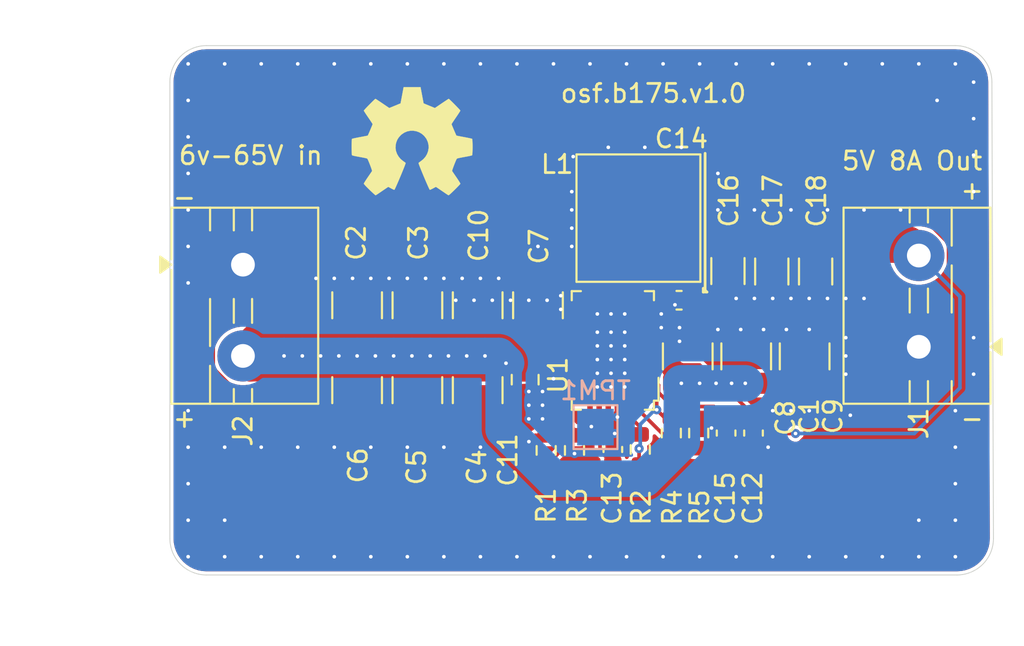
<source format=kicad_pcb>
(kicad_pcb (version 20241229) (generator "pcbnew") (generator_version "9.0")
  (layers (0 "F.Cu" signal) (2 "B.Cu" signal) (13 "F.Paste" user) (15 "B.Paste" user) (5 "F.SilkS" user "F.Silkscreen") (7 "B.SilkS" user "B.Silkscreen") (1 "F.Mask" user) (3 "B.Mask" user) (25 "Edge.Cuts" user))
  (net 0 "")
  (net 3 "/8A_DCDC/En")
  (net 7 "/8A_DCDC/In")
  (net 8 "GND")
  (net 9 "Net-(U1-INTVCC)")
  (net 10 "Net-(U1-TR{slash}SS)")
  (net 11 "Net-(U1-BST)")
  (net 12 "/8A_DCDC/5V")
  (net 13 "/8A_DCDC/Mode")
  (net 14 "Net-(U1-PG)")
  (net 15 "Net-(U1-RT)")
  (net 16 "/8A_DCDC/FB")
  (net 17 "/8A_DCDC/SW")
  (footprint "Resistor_SMD:R_0603_1608Metric" (layer "F.Cu") (at 160.6 112.175 -90)
    (property "Reference" "R1")
    (property "Value" "100k")
  )
  (footprint "Capacitor_SMD:C_1210_3225Metric" (layer "F.Cu") (at 168.35 107.025 90)
    (property "Reference" "C8")
    (property "Value" "4.7uF")
  )
  (footprint "Capacitor_SMD:C_1206_3216Metric" (layer "F.Cu") (at 170.55 102.35 -90)
    (property "Reference" "C16")
    (property "Value" "100uF")
  )
  (footprint "Inductor_SMD:L_Coilcraft_XAL6030-XXX" (layer "F.Cu") (at 165.65 99.45)
    (property "Reference" "L1")
    (property "Value" "1uH")
  )
  (footprint "Resistor_SMD:R_0603_1608Metric" (layer "F.Cu") (at 168.95 111.225 90)
    (property "Reference" "R5")
    (property "Value" "243k")
  )
  (footprint "Capacitor_SMD:C_1210_3225Metric" (layer "F.Cu") (at 153.55 104.225 90)
    (property "Reference" "C3")
    (property "Value" "4.7uF")
  )
  (footprint "Symbol:OSHW-Symbol_6.7x6mm_SilkScreen" (layer "F.Cu") (at 153.25 95.25)
    (property "Reference" "LOGO1" (hide yes))
    (property "Value" "Logo_Open_Hardware_Small" (hide yes))
  )
  (footprint "Capacitor_SMD:C_1210_3225Metric" (layer "F.Cu") (at 150.25 108.875 -90)
    (property "Reference" "C6")
    (property "Value" "4.7uF")
  )
  (footprint "Resistor_SMD:R_0603_1608Metric" (layer "F.Cu") (at 165.75 112.125 90)
    (property "Reference" "R2")
    (property "Value" "100k")
  )
  (footprint "Capacitor_SMD:C_1206_3216Metric" (layer "F.Cu") (at 175.35 102.375 -90)
    (property "Reference" "C18")
    (property "Value" "1uF")
  )
  (footprint "Capacitor_SMD:C_1210_3225Metric" (layer "F.Cu") (at 174.75 107.025 90)
    (property "Reference" "C9")
    (property "Value" "4.7uF")
  )
  (footprint "TerminalBlock:TerminalBlock_MaiXu_MX126-5.0-02P_1x02_P5.00mm" (layer "F.Cu") (at 181 106.5 90)
    (property "Reference" "J1")
    (property "Value" "Conn_01x02_Socket")
  )
  (footprint "Capacitor_SMD:C_0805_2012Metric" (layer "F.Cu") (at 159.45 108.3 -90)
    (property "Reference" "C11")
    (property "Value" "100nF")
  )
  (footprint "Resistor_SMD:R_0603_1608Metric" (layer "F.Cu") (at 167.45 111.225 -90)
    (property "Reference" "R4")
    (property "Value" "1M")
  )
  (footprint "Capacitor_SMD:C_1210_3225Metric" (layer "F.Cu") (at 150.25 104.225 90)
    (property "Reference" "C2")
    (property "Value" "4.7uF")
  )
  (footprint "Capacitor_SMD:C_1210_3225Metric" (layer "F.Cu") (at 153.55 108.875 -90)
    (property "Reference" "C5")
    (property "Value" "4.7uF")
  )
  (footprint "Capacitor_SMD:C_1210_3225Metric" (layer "F.Cu") (at 156.85 108.875 -90)
    (property "Reference" "C4")
    (property "Value" "4.7uF")
  )
  (footprint "Resistor_SMD:R_0603_1608Metric" (layer "F.Cu") (at 162.15 112.175 -90)
    (property "Reference" "R3")
    (property "Value" "18k")
  )
  (footprint "b175:LQFN-32-6EP_4x6mm_P0.5mm" (layer "F.Cu") (at 164.25 106.7 180)
    (property "Reference" "U1")
    (property "Value" "LT8645S")
  )
  (footprint "Capacitor_SMD:C_0603_1608Metric" (layer "F.Cu") (at 171.95 111.225 -90)
    (property "Reference" "C12")
    (property "Value" "1uF")
  )
  (footprint "Capacitor_SMD:C_1210_3225Metric" (layer "F.Cu") (at 156.85 104.225 90)
    (property "Reference" "C10")
    (property "Value" "4.7uF")
  )
  (footprint "Capacitor_SMD:C_0603_1608Metric" (layer "F.Cu") (at 170.45 111.225 -90)
    (property "Reference" "C15")
    (property "Value" "2.2pF")
  )
  (footprint "TerminalBlock:TerminalBlock_MaiXu_MX126-5.0-02P_1x02_P5.00mm" (layer "F.Cu") (at 144 102 -90)
    (property "Reference" "J2")
    (property "Value" "Conn_01x02_Socket")
  )
  (footprint "Capacitor_SMD:C_0603_1608Metric" (layer "F.Cu") (at 164.25 112.125 90)
    (property "Reference" "C13")
    (property "Value" "100nF")
  )
  (footprint "Capacitor_SMD:C_1210_3225Metric" (layer "F.Cu") (at 171.55 107.025 90)
    (property "Reference" "C1")
    (property "Value" "4.7uF")
  )
  (footprint "Capacitor_SMD:C_1206_3216Metric" (layer "F.Cu") (at 172.95 102.375 -90)
    (property "Reference" "C17")
    (property "Value" "10uF")
  )
  (footprint "Capacitor_SMD:C_1210_3225Metric" (layer "F.Cu") (at 160.15 104.225 90)
    (property "Reference" "C7")
    (property "Value" "4.7uF")
  )
  (footprint "Capacitor_SMD:C_0603_1608Metric" (layer "F.Cu") (at 167.875 103.95 180)
    (property "Reference" "C14")
    (property "Value" "100nF")
  )
  (footprint "TestPoint:TestPoint_Pad_2.0x2.0mm" (layer "B.Cu") (at 163.3 110.9 180)
    (property "Reference" "TPM1")
    (property "Value" "Mode")
  )
  (gr_line (start 169.4 103.5) (end 169.2 103.5) (stroke (width 0.15)) (layer "F.SilkS"))
  (gr_line (start 169.3 95.9) (end 169.3 103.4) (stroke (width 0.15)) (layer "F.SilkS"))
  (gr_line (start 169.2 103.3) (end 169.4 103.5) (stroke (width 0.15)) (layer "F.SilkS"))
  (gr_line (start 169.3 103.4) (end 169.2 103.5) (stroke (width 0.15)) (layer "F.SilkS"))
  (gr_line (start 169.2 103.5) (end 169.2 103.3) (stroke (width 0.15)) (layer "F.SilkS"))
  (gr_line (start 142 90) (end 183 90) (stroke (width 0.05)) (layer "Edge.Cuts"))
  (gr_arc (start 185.085786 116.999986) (mid 184.5 118.4142) (end 183.085786 118.999986) (stroke (width 0.05)) (layer "Edge.Cuts"))
  (gr_line (start 183.085786 118.999986) (end 142 119) (stroke (width 0.05)) (layer "Edge.Cuts"))
  (gr_arc (start 183 90) (mid 184.414214 90.585786) (end 185 92) (stroke (width 0.05)) (layer "Edge.Cuts"))
  (gr_arc (start 142 119) (mid 140.585786 118.414214) (end 140 117) (stroke (width 0.05)) (layer "Edge.Cuts"))
  (gr_line (start 185.085786 117) (end 185 92) (stroke (width 0.05)) (layer "Edge.Cuts"))
  (gr_line (start 140 117) (end 140 92) (stroke (width 0.05)) (layer "Edge.Cuts"))
  (gr_arc (start 140 92) (mid 140.585786 90.585786) (end 142 90) (stroke (width 0.05)) (layer "Edge.Cuts"))
  (gr_text "-" (at 140.08 98.88 0) (layer "F.SilkS") (effects (font (size 1 1)) (justify left bottom)))
  (gr_text "osf.b175.v1.0" (at 161.3 93.2 0) (layer "F.SilkS") (effects (font (size 1 1)) (justify left bottom)))
  (gr_text "-" (at 183.2 111 0) (layer "F.SilkS") (effects (font (size 1 1)) (justify left bottom)))
  (gr_text "+" (at 140.08 111 0) (layer "F.SilkS") (effects (font (size 1 1)) (justify left bottom)))
  (gr_text "6v-65V in" (at 140.4 96.6 0) (layer "F.SilkS") (effects (font (size 1 1)) (justify left bottom)))
  (gr_text "+" (at 183.2 98.5 0) (layer "F.SilkS") (effects (font (size 1 1)) (justify left bottom)))
  (gr_text "5V 8A Out" (at 176.7 96.9 0) (layer "F.SilkS") (effects (font (size 1 1)) (justify left bottom)))
  (segment (start 161.353 112.247) (end 161.353 108.947) (width 0.2) (layer "F.Cu") (net 3))
  (segment (start 160.65 112.95) (end 161.353 112.247) (width 0.2) (layer "F.Cu") (net 3))
  (segment (start 161.850001 108.449999) (end 162.35 108.449999) (width 0.2) (layer "F.Cu") (net 3))
  (segment (start 161.353 108.947) (end 161.850001 108.449999) (width 0.2) (layer "F.Cu") (net 3))
  (segment (start 160.9 106.45) (end 160.15 105.7) (width 0.2) (layer "F.Cu") (net 7))
  (segment (start 162.35 106.95) (end 159.85 106.95) (width 0.2) (layer "F.Cu") (net 7))
  (segment (start 169 108.5) (end 168.35 108.5) (width 1) (layer "F.Cu") (net 7))
  (segment (start 166.95 107.45) (end 168 108.5) (width 0.2) (layer "F.Cu") (net 7))
  (segment (start 159.85 106.95) (end 159.45 107.35) (width 0.2) (layer "F.Cu") (net 7))
  (segment (start 150.25 107.4) (end 158.4 107.4) (width 2) (layer "F.Cu") (net 7))
  (segment (start 170.75 108.5) (end 169.9 108.5) (width 1) (layer "F.Cu") (net 7))
  (segment (start 150.25 105.7) (end 145.3 105.7) (width 2) (layer "F.Cu") (net 7))
  (segment (start 144.4 107.4) (end 144 107) (width 2) (layer "F.Cu") (net 7))
  (segment (start 150.25 107.4) (end 144.4 107.4) (width 2) (layer "F.Cu") (net 7))
  (segment (start 168 107.5) (end 169 107.5) (width 0.2) (layer "F.Cu") (net 7))
  (segment (start 160.65 111.35) (end 160 111.35) (width 0.2) (layer "F.Cu") (net 7))
  (segment (start 158.4 107.4) (end 159.4 107.4) (width 2) (layer "F.Cu") (net 7))
  (segment (start 166.15 106.45) (end 166.95 106.45) (width 0.2) (layer "F.Cu") (net 7))
  (segment (start 160.15 105.7) (end 150.25 105.7) (width 2) (layer "F.Cu") (net 7))
  (segment (start 174.75 108.5) (end 171.5 108.5) (width 1) (layer "F.Cu") (net 7))
  (segment (start 159.4 107.4) (end 159.45 107.35) (width 2) (layer "F.Cu") (net 7))
  (segment (start 159.55 107.45) (end 159.45 107.35) (width 0.2) (layer "F.Cu") (net 7))
  (segment (start 171.55 108.5) (end 169.9 108.5) (width 1) (layer "F.Cu") (net 7))
  (segment (start 169.9 108.5) (end 169 108.5) (width 1) (layer "F.Cu") (net 7))
  (segment (start 169.9 108.4) (end 169.9 108.5) (width 0.2) (layer "F.Cu") (net 7))
  (segment (start 160 111.35) (end 159.65416 111.69584) (width 0.2) (layer "F.Cu") (net 7))
  (segment (start 171.5 108.5) (end 170.75 108.5) (width 1) (layer "F.Cu") (net 7))
  (segment (start 166.95 106.45) (end 168 107.5) (width 0.2) (layer "F.Cu") (net 7))
  (segment (start 162.35 106.45) (end 160.9 106.45) (width 0.2) (layer "F.Cu") (net 7))
  (segment (start 145.3 105.7) (end 144 107) (width 2) (layer "F.Cu") (net 7))
  (segment (start 162.35 107.45) (end 159.55 107.45) (width 0.2) (layer "F.Cu") (net 7))
  (segment (start 166.15 107.45) (end 166.95 107.45) (width 0.2) (layer "F.Cu") (net 7))
  (segment (start 169 107.5) (end 169.9 108.4) (width 0.2) (layer "F.Cu") (net 7))
  (via (at 153.25 107) (size 0.5) (drill 0.2) (layers "F.Cu" "B.Cu") (net 7))
  (via (at 159.65416 111.69584) (size 0.5) (drill 0.2) (layers "F.Cu" "B.Cu") (net 7))
  (via (at 147.25 107) (size 0.5) (drill 0.2) (layers "F.Cu" "B.Cu") (net 7))
  (via (at 152.25 107) (size 0.5) (drill 0.2) (layers "F.Cu" "B.Cu") (net 7))
  (via (at 149.25 107) (size 0.5) (drill 0.2) (layers "F.Cu" "B.Cu") (net 7))
  (via (at 168 108.5) (size 0.5) (drill 0.2) (layers "F.Cu" "B.Cu") (net 7))
  (via (at 157.25 107) (size 0.5) (drill 0.2) (layers "F.Cu" "B.Cu") (net 7))
  (via (at 150.25 107) (size 0.5) (drill 0.2) (layers "F.Cu" "B.Cu") (net 7))
  (via (at 158.4 107.4) (size 0.5) (drill 0.2) (layers "F.Cu" "B.Cu") (net 7))
  (via (at 148.25 107) (size 0.5) (drill 0.2) (layers "F.Cu" "B.Cu") (net 7))
  (via (at 155.25 107) (size 0.5) (drill 0.2) (layers "F.Cu" "B.Cu") (net 7))
  (via (at 169.9 108.5) (size 0.5) (drill 0.2) (layers "F.Cu" "B.Cu") (net 7))
  (via (at 171.5 108.5) (size 0.5) (drill 0.2) (layers "F.Cu" "B.Cu") (net 7))
  (via (at 154.25 107) (size 0.5) (drill 0.2) (layers "F.Cu" "B.Cu") (net 7))
  (via (at 151.25 107) (size 0.5) (drill 0.2) (layers "F.Cu" "B.Cu") (net 7))
  (via (at 146.25 107) (size 0.5) (drill 0.2) (layers "F.Cu" "B.Cu") (net 7))
  (via (at 170.75 108.5) (size 0.5) (drill 0.2) (layers "F.Cu" "B.Cu") (net 7))
  (via (at 156.25 107) (size 0.5) (drill 0.2) (layers "F.Cu" "B.Cu") (net 7))
  (via (at 169 108.5) (size 0.5) (drill 0.2) (layers "F.Cu" "B.Cu") (net 7))
  (segment (start 148.25 107) (end 149.25 107) (width 2) (layer "B.Cu") (net 7))
  (segment (start 146.25 107) (end 147.25 107) (width 2) (layer "B.Cu") (net 7))
  (segment (start 159.65416 111.69584) (end 158.4 110.44168) (width 1) (layer "B.Cu") (net 7))
  (segment (start 168 108.5) (end 171.5 108.5) (width 2) (layer "B.Cu") (net 7))
  (segment (start 152.25 107) (end 153.25 107) (width 2) (layer "B.Cu") (net 7))
  (segment (start 156.25 107) (end 157.25 107) (width 2) (layer "B.Cu") (net 7))
  (segment (start 158.4 107.4) (end 158.272 107.528) (width 2) (layer "B.Cu") (net 7))
  (segment (start 165.984733 113.728) (end 168.028 111.684733) (width 2) (layer "B.Cu") (net 7))
  (segment (start 158 107) (end 158.4 107.4) (width 2) (layer "B.Cu") (net 7))
  (segment (start 144 107) (end 146.25 107) (width 2) (layer "B.Cu") (net 7))
  (segment (start 168.028 111.684733) (end 168.028 108.822) (width 2) (layer "B.Cu") (net 7))
  (segment (start 154.25 107) (end 155.25 107) (width 2) (layer "B.Cu") (net 7))
  (segment (start 157.25 107) (end 158 107) (width 2) (layer "B.Cu") (net 7))
  (segment (start 150.25 107) (end 151.25 107) (width 2) (layer "B.Cu") (net 7))
  (segment (start 158.272 107.528) (end 158.272 111.020787) (width 2) (layer "B.Cu") (net 7))
  (segment (start 168.028 108.822) (end 168.35 108.5) (width 2) (layer "B.Cu") (net 7))
  (segment (start 158.4 110.44168) (end 158.4 107.4) (width 1) (layer "B.Cu") (net 7))
  (segment (start 153.25 107) (end 154.25 107) (width 2) (layer "B.Cu") (net 7))
  (segment (start 155.25 107) (end 156.25 107) (width 2) (layer "B.Cu") (net 7))
  (segment (start 158.272 111.020787) (end 160.979213 113.728) (width 2) (layer "B.Cu") (net 7))
  (segment (start 160.979213 113.728) (end 165.984733 113.728) (width 2) (layer "B.Cu") (net 7))
  (segment (start 147.25 107) (end 148.25 107) (width 2) (layer "B.Cu") (net 7))
  (segment (start 151.25 107) (end 152.25 107) (width 2) (layer "B.Cu") (net 7))
  (segment (start 149.25 107) (end 150.25 107) (width 2) (layer "B.Cu") (net 7))
  (segment (start 141.472 104.528) (end 144 102) (width 2) (layer "F.Cu") (net 8))
  (segment (start 171.25 105.553) (end 170 105.553) (width 2) (layer "F.Cu") (net 8))
  (segment (start 154 102.75) (end 155 102.75) (width 2) (layer "F.Cu") (net 8))
  (segment (start 155 102.75) (end 156 102.75) (width 2) (layer "F.Cu") (net 8))
  (segment (start 173 103.85) (end 172 103.85) (width 2) (layer "F.Cu") (net 8))
  (segment (start 158.599999 110.35) (end 159.422 109.527999) (width 2) (layer "F.Cu") (net 8))
  (segment (start 170 105.553) (end 168.35 105.553) (width 2) (layer "F.Cu") (net 8))
  (segment (start 168.95 110.45) (end 169.15 110.45) (width 0.2) (layer "F.Cu") (net 8))
  (segment (start 149 102.75) (end 148 102.75) (width 2) (layer "F.Cu") (net 8))
  (segment (start 167.1 104.3) (end 168.35 105.55) (width 0.2) (layer "F.Cu") (net 8))
  (segment (start 172.972 114.528) (end 159.819382 114.528) (width 2) (layer "F.Cu") (net 8))
  (segment (start 160.15 98.009286) (end 160.15 101) (width 2) (layer "F.Cu") (net 8))
  (segment (start 152 102.75) (end 153 102.75) (width 2) (layer "F.Cu") (net 8))
  (segment (start 144.75 102.75) (end 144 102) (width 2) (layer "F.Cu") (net 8))
  (segment (start 158.27616 112.984778) (end 158.27616 110.673839) (width 2) (layer "F.Cu") (net 8))
  (segment (start 183.528 100.452868) (end 178.647132 95.572) (width 2) (layer "F.Cu") (net 8))
  (segment (start 150.25 110.35) (end 158.599999 110.35) (width 2) (layer "F.Cu") (net 8))
  (segment (start 183.528 103.972) (end 183.528 100.452868) (width 2) (layer "F.Cu") (net 8))
  (segment (start 175.35 103.85) (end 175 103.85) (width 2) (layer "F.Cu") (net 8))
  (segment (start 174.75 105.55) (end 174.747 105.553) (width 2) (layer "F.Cu") (net 8))
  (segment (start 141.472 108.047132) (end 141.472 104.528) (width 2) (layer "F.Cu") (net 8))
  (segment (start 143.774868 110.35) (end 141.472 108.047132) (width 2) (layer "F.Cu") (net 8))
  (segment (start 158 102.75) (end 160.15 102.75) (width 2) (layer "F.Cu") (net 8))
  (segment (start 156 102.75) (end 156.85 102.75) (width 2) (layer "F.Cu") (net 8))
  (segment (start 157 102.75) (end 158 102.75) (width 2) (layer "F.Cu") (net 8))
  (segment (start 164.5 111.1) (end 164.35 111.25) (width 0.2) (layer "F.Cu") (net 8))
  (segment (start 172.5 105.553) (end 171.25 105.553) (width 2) (layer "F.Cu") (net 8))
  (segment (start 164.5 109.6) (end 164.5 110.35) (width 0.2) (layer "F.Cu") (net 8))
  (segment (start 178.647132 95.572) (end 168 95.572) (width 2) (layer "F.Cu") (net 8))
  (segment (start 166 95.572) (end 164 95.572) (width 2) (layer "F.Cu") (net 8))
  (segment (start 177.25 110.25) (end 172.972 114.528) (width 2) (layer "F.Cu") (net 8))
  (segment (start 162.079643 96.079643) (end 160.15 98.009286) (width 2) (layer "F.Cu") (net 8))
  (segment (start 168 95.572) (end 166 95.572) (width 2) (layer "F.Cu") (net 8))
  (segment (start 166.6 104.45) (end 167.1 103.95) (width 0.2) (layer "F.Cu") (net 8))
  (segment (start 174 103.85) (end 173 103.85) (width 2) (layer "F.Cu") (net 8))
  (segment (start 175.35 103.85) (end 176 103.85) (width 2) (layer "F.Cu") (net 8))
  (segment (start 167.1 103.95) (end 167.1 104.3) (width 0.2) (layer "F.Cu") (net 8))
  (segment (start 176 103.85) (end 177 103.85) (width 2) (layer "F.Cu") (net 8))
  (segment (start 171 103.85) (end 170.575 103.85) (width 2) (layer "F.Cu") (net 8))
  (segment (start 150.25 110.35) (end 143.774868 110.35) (width 2) (layer "F.Cu") (net 8))
  (segment (start 169.15 110.45) (end 169.65 110.95) (width 0.2) (layer "F.Cu") (net 8))
  (segment (start 166.15 104.45) (end 166.6 104.45) (width 0.2) (layer "F.Cu") (net 8))
  (segment (start 172 103.85) (end 171 103.85) (width 2) (layer "F.Cu") (net 8))
  (segment (start 151 102.75) (end 152 102.75) (width 2) (layer "F.Cu") (net 8))
  (segment (start 170.575 103.85) (end 170.55 103.825) (width 2) (layer "F.Cu") (net 8))
  (segment (start 164.35 111.25) (end 164.25 111.35) (width 0.2) (layer "F.Cu") (net 8))
  (segment (start 159.819382 114.528) (end 158.27616 112.984778) (width 2) (layer "F.Cu") (net 8))
  (segment (start 156.85 102.75) (end 157 102.75) (width 2) (layer "F.Cu") (net 8))
  (segment (start 148 102.75) (end 144.75 102.75) (width 2) (layer "F.Cu") (net 8))
  (segment (start 171.95 112) (end 172.75 112) (width 0.2) (layer "F.Cu") (net 8))
  (segment (start 178 103.85) (end 178.35 103.85) (width 2) (layer "F.Cu") (net 8))
  (segment (start 160.15 101) (end 160.15 102.75) (width 2) (layer "F.Cu") (net 8))
  (segment (start 153.55 102.75) (end 154 102.75) (width 2) (layer "F.Cu") (net 8))
  (segment (start 153 102.75) (end 153.55 102.75) (width 2) (layer "F.Cu") (net 8))
  (segment (start 164.5 110.35) (end 164.5 111.1) (width 0.2) (layer "F.Cu") (net 8))
  (segment (start 178.35 103.85) (end 181 106.5) (width 2) (layer "F.Cu") (net 8))
  (segment (start 181 106.5) (end 183.528 103.972) (width 2) (layer "F.Cu") (net 8))
  (segment (start 150 102.75) (end 149 102.75) (width 2) (layer "F.Cu") (net 8))
  (segment (start 150.25 102.75) (end 151 102.75) (width 2) (layer "F.Cu") (net 8))
  (segment (start 162.587286 95.572) (end 162.079643 96.079643) (width 2) (layer "F.Cu") (net 8))
  (segment (start 177 103.85) (end 178 103.85) (width 2) (layer "F.Cu") (net 8))
  (segment (start 181 106.5) (end 177.25 110.25) (width 2) (layer "F.Cu") (net 8))
  (segment (start 174.747 105.553) (end 173.75 105.553) (width 2) (layer "F.Cu") (net 8))
  (segment (start 158.27616 110.673839) (end 158.599999 110.35) (width 2) (layer "F.Cu") (net 8))
  (segment (start 175 103.85) (end 174 103.85) (width 2) (layer "F.Cu") (net 8))
  (segment (start 173.75 105.553) (end 172.5 105.553) (width 2) (layer "F.Cu") (net 8))
  (segment (start 150.25 102.75) (end 150 102.75) (width 2) (layer "F.Cu") (net 8))
  (segment (start 162.15 113) (end 162.15 112.35) (width 0.2) (layer "F.Cu") (net 8))
  (segment (start 164 95.572) (end 162.587286 95.572) (width 2) (layer "F.Cu") (net 8))
  (via (at 181 116) (size 0.5) (drill 0.2) (layers "F.Cu" "B.Cu") (net 8))
  (via (at 167.9 105.45) (size 0.5) (drill 0.2) (layers "F.Cu" "B.Cu") (net 8))
  (via (at 156.65 103.95) (size 0.5) (drill 0.2) (layers "F.Cu" "B.Cu") (net 8))
  (via (at 141 91) (size 0.5) (drill 0.2) (layers "F.Cu" "B.Cu") (net 8))
  (via (at 159 91) (size 0.5) (drill 0.2) (layers "F.Cu" "B.Cu") (net 8))
  (via (at 147 112) (size 0.5) (drill 0.2) (layers "F.Cu" "B.Cu") (net 8))
  (via (at 147 118) (size 0.5) (drill 0.2) (layers "F.Cu" "B.Cu") (net 8))
  (via (at 141 114) (size 0.5) (drill 0.2) (layers "F.Cu" "B.Cu") (net 8))
  (via (at 177 91) (size 0.5) (drill 0.2) (layers "F.Cu" "B.Cu") (net 8))
  (via (at 153 102.75) (size 0.5) (drill 0.2) (layers "F.Cu" "B.Cu") (net 8))
  (via (at 151 91) (size 0.5) (drill 0.2) (layers "F.Cu" "B.Cu") (net 8))
  (via (at 161 108.25) (size 0.5) (drill 0.2) (layers "F.Cu" "B.Cu") (net 8))
  (via (at 178 99) (size 0.5) (drill 0.2) (layers "F.Cu" "B.Cu") (net 8))
  (via (at 165 91) (size 0.5) (drill 0.2) (layers "F.Cu" "B.Cu") (net 8))
  (via (at 172.75 112) (size 0.5) (drill 0.2) (layers "F.Cu" "B.Cu") (net 8))
  (via (at 149 118) (size 0.5) (drill 0.2) (layers "F.Cu" "B.Cu") (net 8))
  (via (at 159.65 109.7) (size 0.5) (drill 0.2) (layers "F.Cu" "B.Cu") (net 8))
  (via (at 141 103) (size 0.5) (drill 0.2) (layers "F.Cu" "B.Cu") (net 8))
  (via (at 175 103.85) (size 0.5) (drill 0.2) (layers "F.Cu" "B.Cu") (net 8))
  (via (at 181 91) (size 0.5) (drill 0.2) (layers "F.Cu" "B.Cu") (net 8))
  (via (at 175 91) (size 0.5) (drill 0.2) (layers "F.Cu" "B.Cu") (net 8))
  (via (at 153 112) (size 0.5) (drill 0.2) (layers "F.Cu" "B.Cu") (net 8))
  (via (at 160.65 103.95) (size 0.5) (drill 0.2) (layers "F.Cu" "B.Cu") (net 8))
  (via (at 143 112) (size 0.5) (drill 0.2) (layers "F.Cu" "B.Cu") (net 8))
  (via (at 150 102.75) (size 0.5) (drill 0.2) (layers "F.Cu" "B.Cu") (net 8))
  (via (at 183 112) (size 0.5) (drill 0.2) (layers "F.Cu" "B.Cu") (net 8))
  (via (at 163.4 104.7) (size 0.5) (drill 0.2) (layers "F.Cu" "B.Cu") (net 8))
  (via (at 171 91) (size 0.5) (drill 0.2) (layers "F.Cu" "B.Cu") (net 8))
  (via (at 163.4 105.7) (size 0.5) (drill 0.2) (layers "F.Cu" "B.Cu") (net 8))
  (via (at 167.9 106.2) (size 0.5) (drill 0.2) (layers "F.Cu" "B.Cu") (net 8))
  (via (at 176 103.85) (size 0.5) (drill 0.2) (layers "F.Cu" "B.Cu") (net 8))
  (via (at 170 105.553) (size 0.5) (drill 0.2) (layers "F.Cu" "B.Cu") (net 8))
  (via (at 164.15 107.95) (size 0.5) (drill 0.2) (layers "F.Cu" "B.Cu") (net 8))
  (via (at 151 102.75) (size 0.5) (drill 0.2) (layers "F.Cu" "B.Cu") (net 8))
  (via (at 154 102.75) (size 0.5) (drill 0.2) (layers "F.Cu" "B.Cu") (net 8))
  (via (at 163 118) (size 0.5) (drill 0.2) (layers "F.Cu" "B.Cu") (net 8))
  (via (at 145 112) (size 0.5) (drill 0.2) (layers "F.Cu" "B.Cu") (net 8))
  (via (at 163.4 107.2) (size 0.5) (drill 0.2) (layers "F.Cu" "B.Cu") (net 8))
  (via (at 177 103.85) (size 0.5) (drill 0.2) (layers "F.Cu" "B.Cu") (net 8))
  (via (at 164.9 108.7) (size 0.5) (drill 0.2) (layers "F.Cu" "B.Cu") (net 8))
  (via (at 141 101) (size 0.5) (drill 0.2) (layers "F.Cu" "B.Cu") (net 8))
  (via (at 180 99) (size 0.5) (drill 0.2) (layers "F.Cu" "B.Cu") (net 8))
  (via (at 157 118) (size 0.5) (drill 0.2) (layers "F.Cu" "B.Cu") (net 8))
  (via (at 141 110) (size 0.5) (drill 0.2) (layers "F.Cu" "B.Cu") (net 8))
  (via (at 163 91) (size 0.5) (drill 0.2) (layers "F.Cu" "B.Cu") (net 8))
  (via (at 169 91) (size 0.5) (drill 0.2) (layers "F.Cu" "B.Cu") (net 8))
  (via (at 184 92) (size 0.5) (drill 0.2) (layers "F.Cu" "B.Cu") (net 8))
  (via (at 164.15 108.7) (size 0.5) (drill 0.2) (layers "F.Cu" "B.Cu") (net 8))
  (via (at 160.4 109.7) (size 0.5) (drill 0.2) (layers "F.Cu" "B.Cu") (net 8))
  (via (at 151 112) (size 0.5) (drill 0.2) (layers "F.Cu" "B.Cu") (net 8))
  (via (at 159.65 103.95) (size 0.5) (drill 0.2) (layers "F.Cu" "B.Cu") (net 8))
  (via (at 177.25 110.25) (size 0.5) (drill 0.2) (layers "F.Cu" "B.Cu") (net 8))
  (via (at 157 112) (size 0.5) (drill 0.2) (layers "F.Cu" "B.Cu") (net 8))
  (via (at 161 118) (size 0.5) (drill 0.2) (layers "F.Cu" "B.Cu") (net 8))
  (via (at 175 105.55) (size 0.5) (drill 0.2) (layers "F.Cu" "B.Cu") (net 8))
  (via (at 161.4 104.45) (size 0.5) (drill 0.2) (layers "F.Cu" "B.Cu") (net 8))
  (via (at 164.5 110.35) (size 0.5) (drill 0.2) (layers "F.Cu" "B.Cu") (net 8))
  (via (at 141 93) (size 0.5) (drill 0.2) (layers "F.Cu" "B.Cu") (net 8))
  (via (at 167.65 104.2) (size 0.5) (drill 0.2) (layers "F.Cu" "B.Cu") (net 8))
  (via (at 166.9 105.45) (size 0.5) (drill 0.2) (layers "F.Cu" "B.Cu") (net 8))
  (via (at 162 100) (size 0.5) (drill 0.2) (layers "F.Cu" "B.Cu") (net 8))
  (via (at 165 118) (size 0.5) (drill 0.2) (layers "F.Cu" "B.Cu") (net 8))
  (via (at 164.15 106.45) (size 0.5) (drill 0.2) (layers "F.Cu" "B.Cu") (net 8))
  (via (at 183 118) (size 0.5) (drill 0.2) (layers "F.Cu" "B.Cu") (net 8))
  (via (at 148 102.75) (size 0.5) (drill 0.2) (layers "F.Cu" "B.Cu") (net 8))
  (via (at 155 118) (size 0.5) (drill 0.2) (layers "F.Cu" "B.Cu") (net 8))
  (via (at 173.75 105.553) (size 0.5) (drill 0.2) (layers "F.Cu" "B.Cu") (net 8))
  (via (at 171 118) (size 0.5) (drill 0.2) (layers "F.Cu" "B.Cu") (net 8))
  (via (at 164.9 106.45) (size 0.5) (drill 0.2) (layers "F.Cu" "B.Cu") (net 8))
  (via (at 143 116) (size 0.5) (drill 0.2) (layers "F.Cu" "B.Cu") (net 8))
  (via (at 178 103.85) (size 0.5) (drill 0.2) (layers "F.Cu" "B.Cu") (net 8))
  (via (at 166.9 104.7) (size 0.5) (drill 0.2) (layers "F.Cu" "B.Cu") (net 8))
  (via (at 160.4 110.45) (size 0.5) (drill 0.2) (layers "F.Cu" "B.Cu") (net 8))
  (via (at 164.35 111.25) (size 0.5) (drill 0.2) (layers "F.Cu" "B.Cu") (net 8))
  (via (at 145 118) (size 0.5) (drill 0.2) (layers "F.Cu" "B.Cu") (net 8))
  (via (at 184 98) (size 0.5) (drill 0.2) (layers "F.Cu" "B.Cu") (net 8))
  (via (at 164.9 107.95) (size 0.5) (drill 0.2) (layers "F.Cu" "B.Cu") (net 8))
  (via (at 177 106) (size 0.5) (drill 0.2) (layers "F.Cu" "B.Cu") (net 8))
  (via (at 157 102.75) (size 0.5) (drill 0.2) (layers "F.Cu" "B.Cu") (net 8))
  (via (at 183 116) (size 0.5) (drill 0.2) (layers "F.Cu" "B.Cu") (net 8))
  (via (at 141 118) (size 0.5) (drill 0.2) (layers "F.Cu" "B.Cu") (net 8))
  (via (at 173 110) (size 0.5) (drill 0.2) (layers "F.Cu" "B.Cu") (net 8))
  (via (at 141 97) (size 0.5) (drill 0.2) (layers "F.Cu" "B.Cu") (net 8))
  (via (at 145 91) (size 0.5) (drill 0.2) (layers "F.Cu" "B.Cu") (net 8))
  (via (at 141 99) (size 0.5) (drill 0.2) (layers "F.Cu" "B.Cu") (net 8))
  (via (at 162 99) (size 0.5) (drill 0.2) (layers "F.Cu" "B.Cu") (net 8))
  (via (at 182 93) (size 0.5) (drill 0.2) (layers "F.Cu" "B.Cu") (net 8))
  (via (at 141 112) (size 0.5) (drill 0.2) (layers "F.Cu" "B.Cu") (net 8))
  (via (at 157 91) (size 0.5) (drill 0.2) (layers "F.Cu" "B.Cu") (net 8))
  (via (at 184 106) (size 0.5) (drill 0.2) (layers "F.Cu" "B.Cu") (net 8))
  (via (at 160.15 101) (size 0.5) (drill 0.2) (layers "F.Cu" "B.Cu") (net 8))
  (via (at 161.4 103.7) (size 0.5) (drill 0.2) (layers "F.Cu" "B.Cu") (net 8))
  (via (at 156 102.75) (size 0.5) (drill 0.2) (layers "F.Cu" "B.Cu") (net 8))
  (via (at 159.65 110.45) (size 0.5) (drill 0.2) (layers "F.Cu" "B.Cu") (net 8))
  (via (at 164.9 107.2) (size 0.5) (drill 0.2) (layers "F.Cu" "B.Cu") (net 8))
  (via (at 172 99) (size 0.5) (drill 0.2) (layers "F.Cu" "B.Cu") (net 8))
  (via (at 184 96) (size 0.5) (drill 0.2) (layers "F.Cu" "B.Cu") (net 8))
  (via (at 176 99) (size 0.5) (drill 0.2) (layers "F.Cu" "B.Cu") (net 8))
  (via (at 175 118) (size 0.5) (drill 0.2) (layers "F.Cu" "B.Cu") (net 8))
  (via (at 175 110) (size 0.5) (drill 0.2) (layers "F.Cu" "B.Cu") (net 8))
  (via (at 143 91) (size 0.5) (drill 0.2) (layers "F.Cu" "B.Cu") (net 8))
  (via (at 174 110) (size 0.5) (drill 0.2) (layers "F.Cu" "B.Cu") (net 8))
  (via (at 164.9 104.7) (size 0.5) (drill 0.2) (layers "F.Cu" "B.Cu") (net 8))
  (via (at 173 118) (size 0.5) (drill 0.2) (layers "F.Cu" "B.Cu") (net 8))
  (via (at 167 118) (size 0.5) (drill 0.2) (layers "F.Cu" "B.Cu") (net 8))
  (via (at 183 91) (size 0.5) (drill 0.2) (layers "F.Cu" "B.Cu") (net 8))
  (via (at 177 118) (size 0.5) (drill 0.2) (layers "F.Cu" "B.Cu") (net 8))
  (via (at 159 118) (size 0.5) (drill 0.2) (layers "F.Cu" "B.Cu") (net 8))
  (via (at 169.65 110.95) (size 0.5) (drill 0.2) (layers "F.Cu" "B.Cu") (net 8))
  (via (at 171 103.85) (size 0.5) (drill 0.2) (layers "F.Cu" "B.Cu") (net 8))
  (via (at 177 108) (size 0.5) (drill 0.2) (layers "F.Cu" "B.Cu") (net 8))
  (via (at 151 118) (size 0.5) (drill 0.2) (layers "F.Cu" "B.Cu") (net 8))
  (via (at 162 98) (size 0.5) (drill 0.2) (layers "F.Cu" "B.Cu") (net 8))
  (via (at 162.079643 96.079643) (size 0.5) (drill 0.2) (layers "F.Cu" "B.Cu") (net 8))
  (via (at 155 91) (size 0.5) (drill 0.2) (layers "F.Cu" "B.Cu") (net 8))
  (via (at 163.4 108.7) (size 0.5) (drill 0.2) (layers "F.Cu" "B.Cu") (net 8))
  (via (at 177 107) (size 0.5) (drill 0.2) (layers "F.Cu" "B.Cu") (net 8))
  (via (at 170 97) (size 0.5) (drill 0.2) (layers "F.Cu" "B.Cu") (net 8))
  (via (at 162.15 112.35) (size 0.5) (drill 0.2) (layers "F.Cu" "B.Cu") (net 8))
  (via (at 181 118) (size 0.5) (drill 0.2) (layers "F.Cu" "B.Cu") (net 8))
  (via (at 158 102.75) (size 0.5) (drill 0.2) (layers "F.Cu" "B.Cu") (net 8))
  (via (at 161 91) (size 0.5) (drill 0.2) (layers "F.Cu" "B.Cu") (net 8))
  (via (at 141 116) (size 0.5) (drill 0.2) (layers "F.Cu" "B.Cu") (net 8))
  (via (at 169 118) (size 0.5) (drill 0.2) (layers "F.Cu" "B.Cu") (net 8))
  (via (at 153 118) (size 0.5) (drill 0.2) (layers "F.Cu" "B.Cu") (net 8))
  (via (at 184 94) (size 0.5) (drill 0.2) (layers "F.Cu" "B.Cu") (net 8))
  (via (at 183 110) (size 0.5) (drill 0.2) (layers "F.Cu" "B.Cu") (net 8))
  (via (at 164.15 105.7) (size 0.5) (drill 0.2) (layers "F.Cu" "B.Cu") (net 8))
  (via (at 155.65 103.95) (size 0.5) (drill 0.2) (layers "F.Cu" "B.Cu") (net 8))
  (via (at 170 99) (size 0.5) (drill 0.2) (layers "F.Cu" "B.Cu") (net 8))
  (via (at 162 101) (size 0.5) (drill 0.2) (layers "F.Cu" "B.Cu") (net 8))
  (via (at 179 91) (size 0.5) (drill 0.2) (layers "F.Cu" "B.Cu") (net 8))
  (via (at 173 103.85) (size 0.5) (drill 0.2) (layers "F.Cu" "B.Cu") (net 8))
  (via (at 173 91) (size 0.5) (drill 0.2) (layers "F.Cu" "B.Cu") (net 8))
  (via (at 155 102.75) (size 0.5) (drill 0.2) (layers "F.Cu" "B.Cu") (net 8))
  (via (at 163.4 107.95) (size 0.5) (drill 0.2) (layers "F.Cu" "B.Cu") (net 8))
  (via (at 147 91) (size 0.5) (drill 0.2) (layers "F.Cu" "B.Cu") (net 8))
  (via (at 163.4 106.45) (size 0.5) (drill 0.2) (layers "F.Cu" "B.Cu") (net 8))
  (via (at 143 118) (size 0.5) (drill 0.2) (layers "F.Cu" "B.Cu") (net 8))
  (via (at 141 95) (size 0.5) (drill 0.2) (layers "F.Cu" "B.Cu") (net 8))
  (via (at 179 118) (size 0.5) (drill 0.2) (layers "F.Cu" "B.Cu") (net 8))
  (via (at 184 108) (size 0.5) (drill 0.2) (layers "F.Cu" "B.Cu") (net 8))
  (via (at 164.15 107.2) (size 0.5) (drill 0.2) (layers "F.Cu" "B.Cu") (net 8))
  (via (at 153 91) (size 0.5) (drill 0.2) (layers "F.Cu" "B.Cu") (net 8))
  (via (at 164.9 105.7) (size 0.5) (drill 0.2) (layers "F.Cu" "B.Cu") (net 8))
  (via (at 158.65 103.95) (size 0.5) (drill 0.2) (layers "F.Cu" "B.Cu") (net 8))
  (via (at 164 95.572) (size 0.5) (drill 0.2) (layers "F.Cu" "B.Cu") (net 8))
  (via (at 157.65 103.95) (size 0.5) (drill 0.2) (layers "F.Cu" "B.Cu") (net 8))
  (via (at 167 91) (size 0.5) (drill 0.2) (layers "F.Cu" "B.Cu") (net 8))
  (via (at 155 112) (size 0.5) (drill 0.2) (layers "F.Cu" "B.Cu") (net 8))
  (via (at 174 103.85) (size 0.5) (drill 0.2) (layers "F.Cu" "B.Cu") (net 8))
  (via (at 149 112) (size 0.5) (drill 0.2) (layers "F.Cu" "B.Cu") (net 8))
  (via (at 168 95.572) (size 0.5) (drill 0.2) (layers "F.Cu" "B.Cu") (net 8))
  (via (at 171.25 105.553) (size 0.5) (drill 0.2) (layers "F.Cu" "B.Cu") (net 8))
  (via (at 183 114) (size 0.5) (drill 0.2) (layers "F.Cu" "B.Cu") (net 8))
  (via (at 149 102.75) (size 0.5) (drill 0.2) (layers "F.Cu" "B.Cu") (net 8))
  (via (at 149 91) (size 0.5) (drill 0.2) (layers "F.Cu" "B.Cu") (net 8))
  (via (at 174 99) (size 0.5) (drill 0.2) (layers "F.Cu" "B.Cu") (net 8))
  (via (at 164.15 104.7) (size 0.5) (drill 0.2) (layers "F.Cu" "B.Cu") (net 8))
  (via (at 172.5 105.553) (size 0.5) (drill 0.2) (layers "F.Cu" "B.Cu") (net 8))
  (via (at 172 103.85) (size 0.5) (drill 0.2) (layers "F.Cu" "B.Cu") (net 8))
  (via (at 159.65 108.95) (size 0.5) (drill 0.2) (layers "F.Cu" "B.Cu") (net 8))
  (via (at 152 102.75) (size 0.5) (drill 0.2) (layers "F.Cu" "B.Cu") (net 8))
  (via (at 160.4 108.95) (size 0.5) (drill 0.2) (layers "F.Cu" "B.Cu") (net 8))
  (via (at 166 95.572) (size 0.5) (drill 0.2) (layers "F.Cu" "B.Cu") (net 8))
  (segment (start 160.4 109.45) (end 160.4 109.7) (width 2) (layer "B.Cu") (net 8))
  (segment (start 164.15 107.2) (end 162.65 107.2) (width 2) (layer "B.Cu") (net 8))
  (segment (start 162.65 107.2) (end 160.4 109.45) (width 2) (layer "B.Cu") (net 8))
  (segment (start 166.15 108.45) (end 166.606 108.45) (width 0.2) (layer "F.Cu") (net 9))
  (segment (start 166.606 108.45) (end 166.75 108.594) (width 0.2) (layer "F.Cu") (net 9))
  (segment (start 171.05 109.35) (end 171.95 110.25) (width 0.2) (layer "F.Cu") (net 9))
  (segment (start 166.75 108.594) (end 166.75 109.007922) (width 0.2) (layer "F.Cu") (net 9))
  (segment (start 171.95 110.25) (end 171.95 110.45) (width 0.2) (layer "F.Cu") (net 9))
  (segment (start 167.092078 109.35) (end 171.05 109.35) (width 0.2) (layer "F.Cu") (net 9))
  (segment (start 166.75 109.007922) (end 167.092078 109.35) (width 0.2) (layer "F.Cu") (net 9))
  (segment (start 164 109.6) (end 164 110.478126) (width 0.2) (layer "F.Cu") (net 10))
  (segment (start 163.547 112.197) (end 164.25 112.9) (width 0.2) (layer "F.Cu") (net 10))
  (segment (start 164 110.478126) (end 163.547 110.931126) (width 0.2) (layer "F.Cu") (net 10))
  (segment (start 163.547 110.931126) (end 163.547 112.197) (width 0.2) (layer "F.Cu") (net 10))
  (segment (start 165.9 103.2) (end 165.5 103.6) (width 0.2) (layer "F.Cu") (net 11))
  (segment (start 168.65 103.95) (end 167.9 103.2) (width 0.2) (layer "F.Cu") (net 11))
  (segment (start 167.9 103.2) (end 165.9 103.2) (width 0.2) (layer "F.Cu") (net 11))
  (segment (start 165.5 103.6) (end 165.5 103.8) (width 0.2) (layer "F.Cu") (net 11))
  (segment (start 171.628 111.128) (end 171.506126 111.128) (width 0.2) (layer "F.Cu") (net 12))
  (segment (start 170.55 100.875) (end 169.095 100.875) (width 2) (layer "F.Cu") (net 12))
  (segment (start 175.35 100.9) (end 180.4 100.9) (width 2) (layer "F.Cu") (net 12))
  (segment (start 171.247 110.747) (end 170.95 110.45) (width 0.2) (layer "F.Cu") (net 12))
  (segment (start 167.1 110.4) (end 167.5 110.4) (width 0.2) (layer "F.Cu") (net 12))
  (segment (start 167.5 110.4) (end 168.128 109.772) (width 0.2) (layer "F.Cu") (net 12))
  (segment (start 169.095 100.875) (end 167.67 99.45) (width 2) (layer "F.Cu") (net 12))
  (segment (start 170.95 110.45) (end 170.45 110.45) (width 0.2) (layer "F.Cu") (net 12))
  (segment (start 166.65 109.95) (end 167.1 110.4) (width 0.2) (layer "F.Cu") (net 12))
  (segment (start 170.575 100.9) (end 170.55 100.875) (width 2) (layer "F.Cu") (net 12))
  (segment (start 165.75 112.85) (end 165.75 112.9) (width 0.2) (layer "F.Cu") (net 12))
  (segment (start 165.686946 112.077) (end 165.686946 112.786946) (width 0.2) (layer "F.Cu") (net 12))
  (segment (start 168.128 109.772) (end 169.772 109.772) (width 0.2) (layer "F.Cu") (net 12))
  (segment (start 171.75 111.25) (end 171.628 111.128) (width 0.2) (layer "F.Cu") (net 12))
  (segment (start 174.25 111.25) (end 171.75 111.25) (width 0.2) (layer "F.Cu") (net 12))
  (segment (start 171.247 110.868874) (end 171.247 110.747) (width 0.2) (layer "F.Cu") (net 12))
  (segment (start 166.228216 108.95) (end 166.15 108.95) (width 0.2) (layer "F.Cu") (net 12))
  (segment (start 166.65 109.371784) (end 166.228216 108.95) (width 0.2) (layer "F.Cu") (net 12))
  (segment (start 180.4 100.9) (end 181 101.5) (width 2) (layer "F.Cu") (net 12))
  (segment (start 165.686946 112.786946) (end 165.75 112.85) (width 0.2) (layer "F.Cu") (net 12))
  (segment (start 169.772 109.772) (end 170.45 110.45) (width 0.2) (layer "F.Cu") (net 12))
  (segment (start 171.506126 111.128) (end 171.247 110.868874) (width 0.2) (layer "F.Cu") (net 12))
  (segment (start 175.35 100.9) (end 170.575 100.9) (width 2) (layer "F.Cu") (net 12))
  (segment (start 166.65 109.95) (end 166.65 109.371784) (width 0.2) (layer "F.Cu") (net 12))
  (via (at 165.686946 112.077) (size 0.5) (drill 0.2) (layers "F.Cu" "B.Cu") (net 12))
  (via (at 166.65 109.95) (size 0.5) (drill 0.2) (layers "F.Cu" "B.Cu") (net 12))
  (via (at 174.25 111.25) (size 0.5) (drill 0.2) (layers "F.Cu" "B.Cu") (net 12))
  (segment (start 165.75 112.013946) (end 165.75 110.75) (width 0.2) (layer "B.Cu") (net 12))
  (segment (start 183.25 108.75) (end 183.25 103.75) (width 0.2) (layer "B.Cu") (net 12))
  (segment (start 165.686946 112.077) (end 165.75 112.013946) (width 0.2) (layer "B.Cu") (net 12))
  (segment (start 165.75 110.75) (end 166.55 109.95) (width 0.2) (layer "B.Cu") (net 12))
  (segment (start 166.55 109.95) (end 166.65 109.95) (width 0.2) (layer "B.Cu") (net 12))
  (segment (start 180.75 111.25) (end 183.25 108.75) (width 0.2) (layer "B.Cu") (net 12))
  (segment (start 183.25 103.75) (end 181 101.5) (width 0.2) (layer "B.Cu") (net 12))
  (segment (start 174.25 111.25) (end 180.75 111.25) (width 0.2) (layer "B.Cu") (net 12))
  (segment (start 163.5 110.44523) (end 163.073742 110.871488) (width 0.2) (layer "F.Cu") (net 13))
  (segment (start 163.5 109.6) (end 163.5 110.44523) (width 0.2) (layer "F.Cu") (net 13))
  (via (at 163.073742 110.871488) (size 0.5) (drill 0.2) (layers "F.Cu" "B.Cu") (net 13))
  (segment (start 165 109.6) (end 165 110.15) (width 0.2) (layer "F.Cu") (net 14))
  (segment (start 165.75 110.9) (end 165.75 111.35) (width 0.2) (layer "F.Cu") (net 14))
  (segment (start 165 110.15) (end 165.75 110.9) (width 0.2) (layer "F.Cu") (net 14))
  (segment (start 161.75 109.25) (end 162.05 108.95) (width 0.2) (layer "F.Cu") (net 15))
  (segment (start 162.15 111.35) (end 162.15 111.05) (width 0.2) (layer "F.Cu") (net 15))
  (segment (start 161.75 110.65) (end 161.75 109.25) (width 0.2) (layer "F.Cu") (net 15))
  (segment (start 162.15 111.05) (end 161.75 110.65) (width 0.2) (layer "F.Cu") (net 15))
  (segment (start 162.05 108.95) (end 162.35 108.95) (width 0.2) (layer "F.Cu") (net 15))
  (segment (start 167.45 112) (end 168.95 112) (width 0.2) (layer "F.Cu") (net 16))
  (segment (start 168.95 112) (end 170.45 112) (width 0.2) (layer "F.Cu") (net 16))
  (segment (start 165.5 109.6) (end 165.5 109.8) (width 0.2) (layer "F.Cu") (net 16))
  (segment (start 165.5 109.8) (end 167.45 111.75) (width 0.2) (layer "F.Cu") (net 16))
  (segment (start 167.45 111.75) (end 167.45 112) (width 0.2) (layer "F.Cu") (net 16))
  (segment (start 164.8 96.8) (end 163.63 96.8) (width 0.2) (layer "F.Cu") (net 17))
  (segment (start 163.5 103.8) (end 163.5 99.58) (width 0.2) (layer "F.Cu") (net 17))
  (segment (start 163 100.08) (end 163.63 99.45) (width 0.2) (layer "F.Cu") (net 17))
  (segment (start 165 97) (end 164.8 96.8) (width 0.2) (layer "F.Cu") (net 17))
  (segment (start 165 103.8) (end 165 97) (width 0.2) (layer "F.Cu") (net 17))
  (segment (start 164.5 100.32) (end 163.63 99.45) (width 0.2) (layer "F.Cu") (net 17))
  (segment (start 164 99.82) (end 163.63 99.45) (width 0.2) (layer "F.Cu") (net 17))
  (segment (start 163.63 96.8) (end 163.63 99.45) (width 0.2) (layer "F.Cu") (net 17))
  (segment (start 163 103.8) (end 163 100.08) (width 0.2) (layer "F.Cu") (net 17))
  (segment (start 163.5 99.58) (end 163.63 99.45) (width 0.2) (layer "F.Cu") (net 17))
  (segment (start 164 103.8) (end 164 99.82) (width 0.2) (layer "F.Cu") (net 17))
  (segment (start 164.5 103.8) (end 164.5 100.32) (width 0.2) (layer "F.Cu") (net 17))
  (zone (net 7) (net_name "/8A_DCDC/In") (layer "F.Cu") (priority 1) (connect_pads yes (clearance 0.2)) (min_thickness 0.2) (fill yes (thermal_gap 0.5) (thermal_bridge_width 0.5))
    (polygon (pts (xy 176.55 107.35) (xy 168.05 107.35) (xy 166.65 106.35) (xy 165.95 106.35) (xy 165.95 107.45) (xy 166.65 107.45) (xy 167.05 108.05) (xy 167.35 108.95) (xy 176.55 108.95)))
  )
  (zone (net 12) (net_name "/8A_DCDC/5V") (layer "F.Cu") (priority 5) (connect_pads yes (clearance 0.2)) (min_thickness 0.2) (fill yes (thermal_gap 0.5) (thermal_bridge_width 0.5))
    (polygon (pts (xy 166.15 102.15) (xy 166.15 95.75) (xy 177.45 95.75) (xy 177.45 102.15)))
  )
  (zone (net 17) (net_name "/8A_DCDC/SW") (layer "F.Cu") (priority 4) (connect_pads yes (clearance 0.2)) (min_thickness 0.2) (fill yes (thermal_gap 0.5) (thermal_bridge_width 0.5))
    (polygon (pts (xy 165.15 104.05) (xy 165.15 96.65) (xy 162.75 96.65) (xy 162.75 104.05)))
  )
  (zone (net 7) (net_name "/8A_DCDC/In") (layer "F.Cu") (priority 2) (connect_pads yes (clearance 0.2)) (min_thickness 0.2) (fill yes (thermal_gap 0.5) (thermal_bridge_width 0.5))
    (polygon (pts (xy 162.55 107.55) (xy 159.75 107.55) (xy 159.65 105.55) (xy 161.55 105.55) (xy 161.55 106.15) (xy 162.05 106.35) (xy 162.55 106.35)))
  )
  (zone (net 8) (net_name "GND") (layers "F.Cu" "B.Cu") (priority 6) (connect_pads yes (clearance 0.2)) (min_thickness 0.2) (fill yes (thermal_gap 0.5) (thermal_bridge_width 0.5))
    (polygon (pts (xy 186.1 121.2) (xy 186.1 88.4) (xy 130.7 87.5) (xy 136.5 122.9)))
  )
)
</source>
